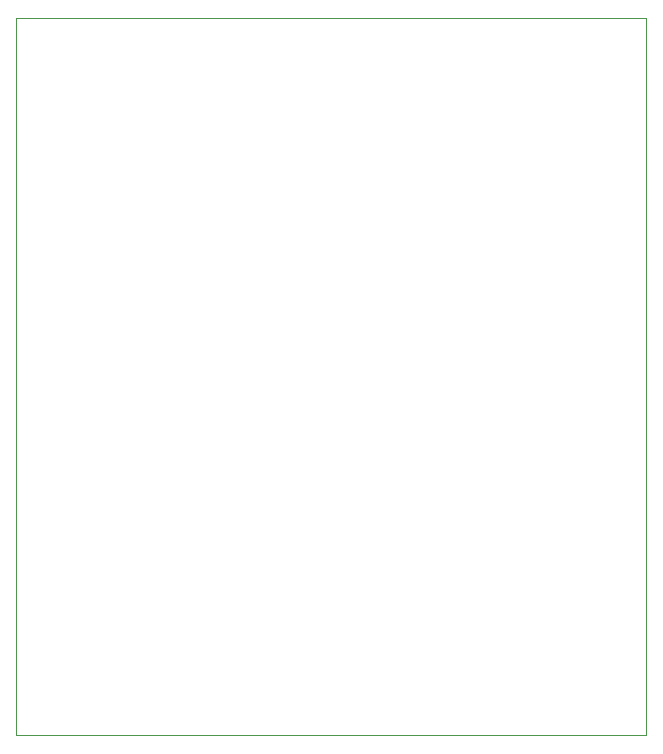
<source format=gbr>
%TF.GenerationSoftware,KiCad,Pcbnew,7.0.1-3b83917a11~172~ubuntu22.04.1*%
%TF.CreationDate,2023-04-12T15:56:53-05:00*%
%TF.ProjectId,load-resistors,6c6f6164-2d72-4657-9369-73746f72732e,rev?*%
%TF.SameCoordinates,Original*%
%TF.FileFunction,Profile,NP*%
%FSLAX46Y46*%
G04 Gerber Fmt 4.6, Leading zero omitted, Abs format (unit mm)*
G04 Created by KiCad (PCBNEW 7.0.1-3b83917a11~172~ubuntu22.04.1) date 2023-04-12 15:56:53*
%MOMM*%
%LPD*%
G01*
G04 APERTURE LIST*
%TA.AperFunction,Profile*%
%ADD10C,0.100000*%
%TD*%
G04 APERTURE END LIST*
D10*
X165100000Y-61214000D02*
X218440000Y-61214000D01*
X218440000Y-121920000D01*
X165100000Y-121920000D01*
X165100000Y-61214000D01*
M02*

</source>
